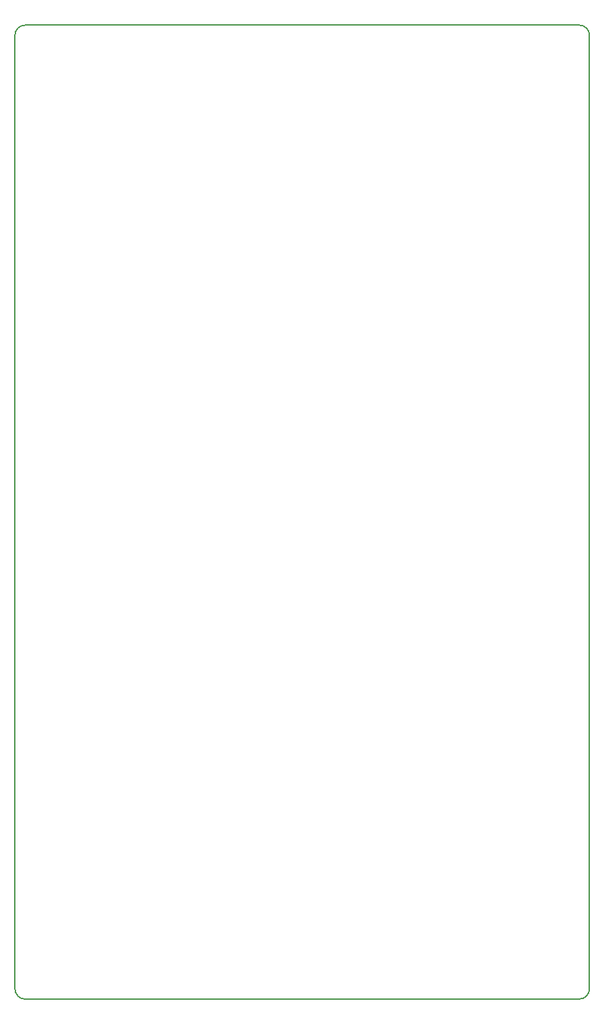
<source format=gm1>
G04 #@! TF.FileFunction,Profile,NP*
%FSLAX46Y46*%
G04 Gerber Fmt 4.6, Leading zero omitted, Abs format (unit mm)*
G04 Created by KiCad (PCBNEW 4.0.7) date 10/14/19 15:01:09*
%MOMM*%
%LPD*%
G01*
G04 APERTURE LIST*
%ADD10C,0.100000*%
%ADD11C,0.150000*%
G04 APERTURE END LIST*
D10*
D11*
X155575000Y-52705000D02*
X85725000Y-52705000D01*
X85725000Y-175260000D02*
X155575000Y-175260000D01*
X156845000Y-53975000D02*
X156845000Y-61595000D01*
X84455000Y-61595000D02*
X84455000Y-53975000D01*
X156845000Y-173990000D02*
X156845000Y-61595000D01*
X84455000Y-173990000D02*
X84455000Y-61595000D01*
X85725000Y-52705000D02*
G75*
G03X84455000Y-53975000I0J-1270000D01*
G01*
X156845000Y-53975000D02*
G75*
G03X155575000Y-52705000I-1270000J0D01*
G01*
X155575000Y-175260000D02*
G75*
G03X156845000Y-173990000I0J1270000D01*
G01*
X84455000Y-173990000D02*
G75*
G03X85725000Y-175260000I1270000J0D01*
G01*
M02*

</source>
